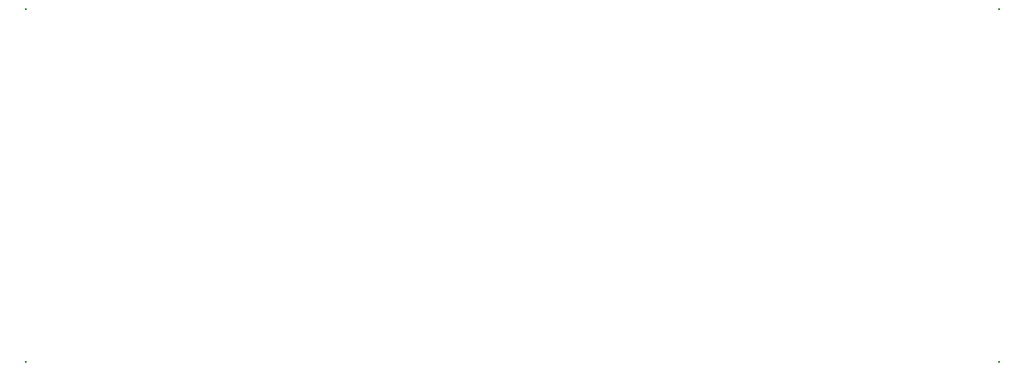
<source format=gts>
G04*
G04 #@! TF.GenerationSoftware,Altium Limited,Altium Designer,23.0.1 (38)*
G04*
G04 Layer_Color=8388736*
%FSLAX25Y25*%
%MOIN*%
G70*
G04*
G04 #@! TF.SameCoordinates,F80D54C9-B755-4FCF-BFE6-68BB78994598*
G04*
G04*
G04 #@! TF.FilePolarity,Negative*
G04*
G01*
G75*
%ADD10C,0.00800*%
D10*
X466862Y242453D02*
D03*
X114500Y242453D02*
D03*
X466862Y114500D02*
D03*
X114500Y114500D02*
D03*
M02*

</source>
